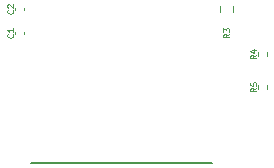
<source format=gbr>
%TF.GenerationSoftware,KiCad,Pcbnew,(6.0.7)*%
%TF.CreationDate,2023-02-04T21:02:38-08:00*%
%TF.ProjectId,ESP_Module,4553505f-4d6f-4647-956c-652e6b696361,rev?*%
%TF.SameCoordinates,Original*%
%TF.FileFunction,Legend,Top*%
%TF.FilePolarity,Positive*%
%FSLAX46Y46*%
G04 Gerber Fmt 4.6, Leading zero omitted, Abs format (unit mm)*
G04 Created by KiCad (PCBNEW (6.0.7)) date 2023-02-04 21:02:38*
%MOMM*%
%LPD*%
G01*
G04 APERTURE LIST*
%ADD10C,0.125000*%
%ADD11C,0.127000*%
%ADD12C,0.120000*%
G04 APERTURE END LIST*
D10*
%TO.C,R4*%
X142974190Y-103969333D02*
X142736095Y-104136000D01*
X142974190Y-104255047D02*
X142474190Y-104255047D01*
X142474190Y-104064571D01*
X142498000Y-104016952D01*
X142521809Y-103993142D01*
X142569428Y-103969333D01*
X142640857Y-103969333D01*
X142688476Y-103993142D01*
X142712285Y-104016952D01*
X142736095Y-104064571D01*
X142736095Y-104255047D01*
X142640857Y-103540761D02*
X142974190Y-103540761D01*
X142450380Y-103659809D02*
X142807523Y-103778857D01*
X142807523Y-103469333D01*
%TO.C,C2*%
X122352571Y-100159333D02*
X122376380Y-100183142D01*
X122400190Y-100254571D01*
X122400190Y-100302190D01*
X122376380Y-100373619D01*
X122328761Y-100421238D01*
X122281142Y-100445047D01*
X122185904Y-100468857D01*
X122114476Y-100468857D01*
X122019238Y-100445047D01*
X121971619Y-100421238D01*
X121924000Y-100373619D01*
X121900190Y-100302190D01*
X121900190Y-100254571D01*
X121924000Y-100183142D01*
X121947809Y-100159333D01*
X121947809Y-99968857D02*
X121924000Y-99945047D01*
X121900190Y-99897428D01*
X121900190Y-99778380D01*
X121924000Y-99730761D01*
X121947809Y-99706952D01*
X121995428Y-99683142D01*
X122043047Y-99683142D01*
X122114476Y-99706952D01*
X122400190Y-99992666D01*
X122400190Y-99683142D01*
%TO.C,C1*%
X122352571Y-102191333D02*
X122376380Y-102215142D01*
X122400190Y-102286571D01*
X122400190Y-102334190D01*
X122376380Y-102405619D01*
X122328761Y-102453238D01*
X122281142Y-102477047D01*
X122185904Y-102500857D01*
X122114476Y-102500857D01*
X122019238Y-102477047D01*
X121971619Y-102453238D01*
X121924000Y-102405619D01*
X121900190Y-102334190D01*
X121900190Y-102286571D01*
X121924000Y-102215142D01*
X121947809Y-102191333D01*
X122400190Y-101715142D02*
X122400190Y-102000857D01*
X122400190Y-101858000D02*
X121900190Y-101858000D01*
X121971619Y-101905619D01*
X122019238Y-101953238D01*
X122043047Y-102000857D01*
%TO.C,R5*%
X142974190Y-106763333D02*
X142736095Y-106930000D01*
X142974190Y-107049047D02*
X142474190Y-107049047D01*
X142474190Y-106858571D01*
X142498000Y-106810952D01*
X142521809Y-106787142D01*
X142569428Y-106763333D01*
X142640857Y-106763333D01*
X142688476Y-106787142D01*
X142712285Y-106810952D01*
X142736095Y-106858571D01*
X142736095Y-107049047D01*
X142474190Y-106310952D02*
X142474190Y-106549047D01*
X142712285Y-106572857D01*
X142688476Y-106549047D01*
X142664666Y-106501428D01*
X142664666Y-106382380D01*
X142688476Y-106334761D01*
X142712285Y-106310952D01*
X142759904Y-106287142D01*
X142878952Y-106287142D01*
X142926571Y-106310952D01*
X142950380Y-106334761D01*
X142974190Y-106382380D01*
X142974190Y-106501428D01*
X142950380Y-106549047D01*
X142926571Y-106572857D01*
%TO.C,R3*%
X140688190Y-102191333D02*
X140450095Y-102358000D01*
X140688190Y-102477047D02*
X140188190Y-102477047D01*
X140188190Y-102286571D01*
X140212000Y-102238952D01*
X140235809Y-102215142D01*
X140283428Y-102191333D01*
X140354857Y-102191333D01*
X140402476Y-102215142D01*
X140426285Y-102238952D01*
X140450095Y-102286571D01*
X140450095Y-102477047D01*
X140188190Y-102024666D02*
X140188190Y-101715142D01*
X140378666Y-101881809D01*
X140378666Y-101810380D01*
X140402476Y-101762761D01*
X140426285Y-101738952D01*
X140473904Y-101715142D01*
X140592952Y-101715142D01*
X140640571Y-101738952D01*
X140664380Y-101762761D01*
X140688190Y-101810380D01*
X140688190Y-101953238D01*
X140664380Y-102000857D01*
X140640571Y-102024666D01*
D11*
%TO.C,U2*%
X139272000Y-113135000D02*
X123872000Y-113135000D01*
D12*
%TO.C,R4*%
X143130000Y-104039641D02*
X143130000Y-103732359D01*
X143890000Y-104039641D02*
X143890000Y-103732359D01*
%TO.C,C2*%
X123296000Y-100183836D02*
X123296000Y-99968164D01*
X122576000Y-100183836D02*
X122576000Y-99968164D01*
%TO.C,C1*%
X122576000Y-102000164D02*
X122576000Y-102215836D01*
X123296000Y-102000164D02*
X123296000Y-102215836D01*
%TO.C,R5*%
X143890000Y-106526359D02*
X143890000Y-106833641D01*
X143130000Y-106526359D02*
X143130000Y-106833641D01*
%TO.C,R3*%
X140984500Y-100313258D02*
X140984500Y-99838742D01*
X139939500Y-100313258D02*
X139939500Y-99838742D01*
%TD*%
M02*

</source>
